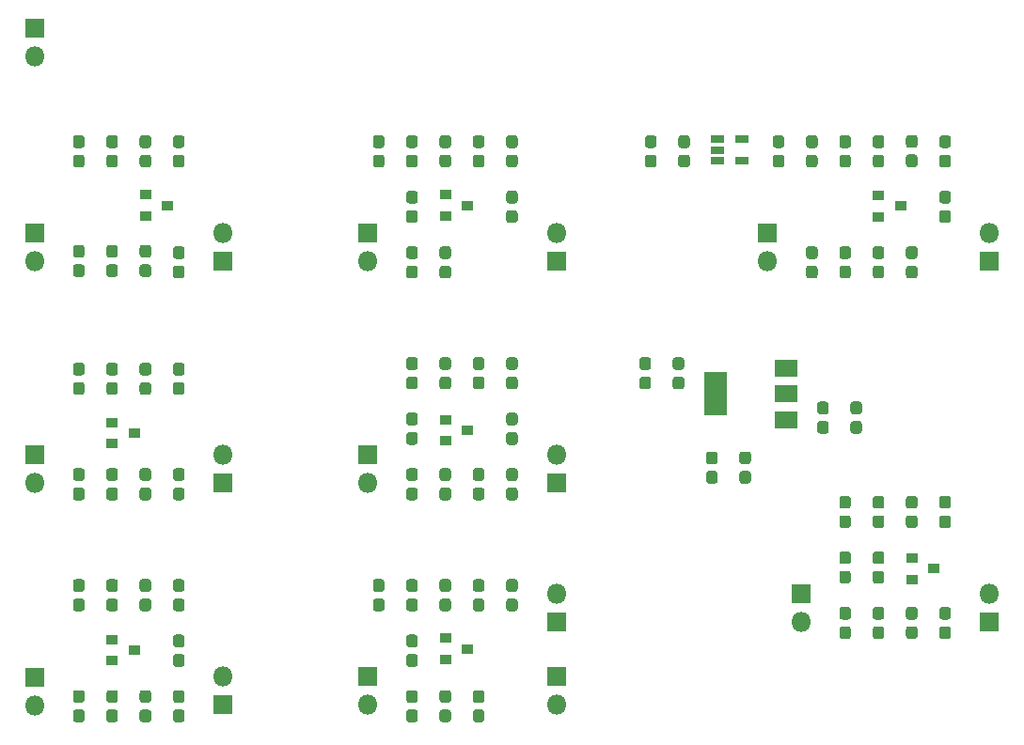
<source format=gbr>
%TF.GenerationSoftware,KiCad,Pcbnew,(5.1.6)-1*%
%TF.CreationDate,2020-12-18T22:44:25+08:00*%
%TF.ProjectId,_______,2c00e03e-2735-4ef2-9e6b-696361645f70,1.0.1*%
%TF.SameCoordinates,Original*%
%TF.FileFunction,Soldermask,Top*%
%TF.FilePolarity,Negative*%
%FSLAX46Y46*%
G04 Gerber Fmt 4.6, Leading zero omitted, Abs format (unit mm)*
G04 Created by KiCad (PCBNEW (5.1.6)-1) date 2020-12-18 22:44:25*
%MOMM*%
%LPD*%
G01*
G04 APERTURE LIST*
%ADD10O,1.800000X1.800000*%
%ADD11R,1.800000X1.800000*%
%ADD12R,1.000000X0.900000*%
%ADD13R,1.160000X0.750000*%
%ADD14R,2.100000X3.900000*%
%ADD15R,2.100000X1.600000*%
G04 APERTURE END LIST*
%TO.C,C1*%
G36*
G01*
X75762500Y-32575000D02*
X75237500Y-32575000D01*
G75*
G02*
X74975000Y-32312500I0J262500D01*
G01*
X74975000Y-31687500D01*
G75*
G02*
X75237500Y-31425000I262500J0D01*
G01*
X75762500Y-31425000D01*
G75*
G02*
X76025000Y-31687500I0J-262500D01*
G01*
X76025000Y-32312500D01*
G75*
G02*
X75762500Y-32575000I-262500J0D01*
G01*
G37*
G36*
G01*
X75762500Y-30825000D02*
X75237500Y-30825000D01*
G75*
G02*
X74975000Y-30562500I0J262500D01*
G01*
X74975000Y-29937500D01*
G75*
G02*
X75237500Y-29675000I262500J0D01*
G01*
X75762500Y-29675000D01*
G75*
G02*
X76025000Y-29937500I0J-262500D01*
G01*
X76025000Y-30562500D01*
G75*
G02*
X75762500Y-30825000I-262500J0D01*
G01*
G37*
%TD*%
%TO.C,C2*%
G36*
G01*
X78762500Y-30825000D02*
X78237500Y-30825000D01*
G75*
G02*
X77975000Y-30562500I0J262500D01*
G01*
X77975000Y-29937500D01*
G75*
G02*
X78237500Y-29675000I262500J0D01*
G01*
X78762500Y-29675000D01*
G75*
G02*
X79025000Y-29937500I0J-262500D01*
G01*
X79025000Y-30562500D01*
G75*
G02*
X78762500Y-30825000I-262500J0D01*
G01*
G37*
G36*
G01*
X78762500Y-32575000D02*
X78237500Y-32575000D01*
G75*
G02*
X77975000Y-32312500I0J262500D01*
G01*
X77975000Y-31687500D01*
G75*
G02*
X78237500Y-31425000I262500J0D01*
G01*
X78762500Y-31425000D01*
G75*
G02*
X79025000Y-31687500I0J-262500D01*
G01*
X79025000Y-32312500D01*
G75*
G02*
X78762500Y-32575000I-262500J0D01*
G01*
G37*
%TD*%
%TO.C,C3*%
G36*
G01*
X23737500Y-41300000D02*
X24262500Y-41300000D01*
G75*
G02*
X24525000Y-41562500I0J-262500D01*
G01*
X24525000Y-42187500D01*
G75*
G02*
X24262500Y-42450000I-262500J0D01*
G01*
X23737500Y-42450000D01*
G75*
G02*
X23475000Y-42187500I0J262500D01*
G01*
X23475000Y-41562500D01*
G75*
G02*
X23737500Y-41300000I262500J0D01*
G01*
G37*
G36*
G01*
X23737500Y-39550000D02*
X24262500Y-39550000D01*
G75*
G02*
X24525000Y-39812500I0J-262500D01*
G01*
X24525000Y-40437500D01*
G75*
G02*
X24262500Y-40700000I-262500J0D01*
G01*
X23737500Y-40700000D01*
G75*
G02*
X23475000Y-40437500I0J262500D01*
G01*
X23475000Y-39812500D01*
G75*
G02*
X23737500Y-39550000I262500J0D01*
G01*
G37*
%TD*%
%TO.C,C4*%
G36*
G01*
X23737500Y-59675000D02*
X24262500Y-59675000D01*
G75*
G02*
X24525000Y-59937500I0J-262500D01*
G01*
X24525000Y-60562500D01*
G75*
G02*
X24262500Y-60825000I-262500J0D01*
G01*
X23737500Y-60825000D01*
G75*
G02*
X23475000Y-60562500I0J262500D01*
G01*
X23475000Y-59937500D01*
G75*
G02*
X23737500Y-59675000I262500J0D01*
G01*
G37*
G36*
G01*
X23737500Y-61425000D02*
X24262500Y-61425000D01*
G75*
G02*
X24525000Y-61687500I0J-262500D01*
G01*
X24525000Y-62312500D01*
G75*
G02*
X24262500Y-62575000I-262500J0D01*
G01*
X23737500Y-62575000D01*
G75*
G02*
X23475000Y-62312500I0J262500D01*
G01*
X23475000Y-61687500D01*
G75*
G02*
X23737500Y-61425000I262500J0D01*
G01*
G37*
%TD*%
%TO.C,C5*%
G36*
G01*
X87262500Y-32575000D02*
X86737500Y-32575000D01*
G75*
G02*
X86475000Y-32312500I0J262500D01*
G01*
X86475000Y-31687500D01*
G75*
G02*
X86737500Y-31425000I262500J0D01*
G01*
X87262500Y-31425000D01*
G75*
G02*
X87525000Y-31687500I0J-262500D01*
G01*
X87525000Y-32312500D01*
G75*
G02*
X87262500Y-32575000I-262500J0D01*
G01*
G37*
G36*
G01*
X87262500Y-30825000D02*
X86737500Y-30825000D01*
G75*
G02*
X86475000Y-30562500I0J262500D01*
G01*
X86475000Y-29937500D01*
G75*
G02*
X86737500Y-29675000I262500J0D01*
G01*
X87262500Y-29675000D01*
G75*
G02*
X87525000Y-29937500I0J-262500D01*
G01*
X87525000Y-30562500D01*
G75*
G02*
X87262500Y-30825000I-262500J0D01*
G01*
G37*
%TD*%
%TO.C,C6*%
G36*
G01*
X75262500Y-52575000D02*
X74737500Y-52575000D01*
G75*
G02*
X74475000Y-52312500I0J262500D01*
G01*
X74475000Y-51687500D01*
G75*
G02*
X74737500Y-51425000I262500J0D01*
G01*
X75262500Y-51425000D01*
G75*
G02*
X75525000Y-51687500I0J-262500D01*
G01*
X75525000Y-52312500D01*
G75*
G02*
X75262500Y-52575000I-262500J0D01*
G01*
G37*
G36*
G01*
X75262500Y-50825000D02*
X74737500Y-50825000D01*
G75*
G02*
X74475000Y-50562500I0J262500D01*
G01*
X74475000Y-49937500D01*
G75*
G02*
X74737500Y-49675000I262500J0D01*
G01*
X75262500Y-49675000D01*
G75*
G02*
X75525000Y-49937500I0J-262500D01*
G01*
X75525000Y-50562500D01*
G75*
G02*
X75262500Y-50825000I-262500J0D01*
G01*
G37*
%TD*%
%TO.C,C7*%
G36*
G01*
X78262500Y-52575000D02*
X77737500Y-52575000D01*
G75*
G02*
X77475000Y-52312500I0J262500D01*
G01*
X77475000Y-51687500D01*
G75*
G02*
X77737500Y-51425000I262500J0D01*
G01*
X78262500Y-51425000D01*
G75*
G02*
X78525000Y-51687500I0J-262500D01*
G01*
X78525000Y-52312500D01*
G75*
G02*
X78262500Y-52575000I-262500J0D01*
G01*
G37*
G36*
G01*
X78262500Y-50825000D02*
X77737500Y-50825000D01*
G75*
G02*
X77475000Y-50562500I0J262500D01*
G01*
X77475000Y-49937500D01*
G75*
G02*
X77737500Y-49675000I262500J0D01*
G01*
X78262500Y-49675000D01*
G75*
G02*
X78525000Y-49937500I0J-262500D01*
G01*
X78525000Y-50562500D01*
G75*
G02*
X78262500Y-50825000I-262500J0D01*
G01*
G37*
%TD*%
%TO.C,C8*%
G36*
G01*
X30262500Y-32575000D02*
X29737500Y-32575000D01*
G75*
G02*
X29475000Y-32312500I0J262500D01*
G01*
X29475000Y-31687500D01*
G75*
G02*
X29737500Y-31425000I262500J0D01*
G01*
X30262500Y-31425000D01*
G75*
G02*
X30525000Y-31687500I0J-262500D01*
G01*
X30525000Y-32312500D01*
G75*
G02*
X30262500Y-32575000I-262500J0D01*
G01*
G37*
G36*
G01*
X30262500Y-30825000D02*
X29737500Y-30825000D01*
G75*
G02*
X29475000Y-30562500I0J262500D01*
G01*
X29475000Y-29937500D01*
G75*
G02*
X29737500Y-29675000I262500J0D01*
G01*
X30262500Y-29675000D01*
G75*
G02*
X30525000Y-29937500I0J-262500D01*
G01*
X30525000Y-30562500D01*
G75*
G02*
X30262500Y-30825000I-262500J0D01*
G01*
G37*
%TD*%
%TO.C,C9*%
G36*
G01*
X30262500Y-53075000D02*
X29737500Y-53075000D01*
G75*
G02*
X29475000Y-52812500I0J262500D01*
G01*
X29475000Y-52187500D01*
G75*
G02*
X29737500Y-51925000I262500J0D01*
G01*
X30262500Y-51925000D01*
G75*
G02*
X30525000Y-52187500I0J-262500D01*
G01*
X30525000Y-52812500D01*
G75*
G02*
X30262500Y-53075000I-262500J0D01*
G01*
G37*
G36*
G01*
X30262500Y-51325000D02*
X29737500Y-51325000D01*
G75*
G02*
X29475000Y-51062500I0J262500D01*
G01*
X29475000Y-50437500D01*
G75*
G02*
X29737500Y-50175000I262500J0D01*
G01*
X30262500Y-50175000D01*
G75*
G02*
X30525000Y-50437500I0J-262500D01*
G01*
X30525000Y-51062500D01*
G75*
G02*
X30262500Y-51325000I-262500J0D01*
G01*
G37*
%TD*%
%TO.C,C10*%
G36*
G01*
X33262500Y-42575000D02*
X32737500Y-42575000D01*
G75*
G02*
X32475000Y-42312500I0J262500D01*
G01*
X32475000Y-41687500D01*
G75*
G02*
X32737500Y-41425000I262500J0D01*
G01*
X33262500Y-41425000D01*
G75*
G02*
X33525000Y-41687500I0J-262500D01*
G01*
X33525000Y-42312500D01*
G75*
G02*
X33262500Y-42575000I-262500J0D01*
G01*
G37*
G36*
G01*
X33262500Y-40825000D02*
X32737500Y-40825000D01*
G75*
G02*
X32475000Y-40562500I0J262500D01*
G01*
X32475000Y-39937500D01*
G75*
G02*
X32737500Y-39675000I262500J0D01*
G01*
X33262500Y-39675000D01*
G75*
G02*
X33525000Y-39937500I0J-262500D01*
G01*
X33525000Y-40562500D01*
G75*
G02*
X33262500Y-40825000I-262500J0D01*
G01*
G37*
%TD*%
%TO.C,C11*%
G36*
G01*
X33262500Y-62575000D02*
X32737500Y-62575000D01*
G75*
G02*
X32475000Y-62312500I0J262500D01*
G01*
X32475000Y-61687500D01*
G75*
G02*
X32737500Y-61425000I262500J0D01*
G01*
X33262500Y-61425000D01*
G75*
G02*
X33525000Y-61687500I0J-262500D01*
G01*
X33525000Y-62312500D01*
G75*
G02*
X33262500Y-62575000I-262500J0D01*
G01*
G37*
G36*
G01*
X33262500Y-60825000D02*
X32737500Y-60825000D01*
G75*
G02*
X32475000Y-60562500I0J262500D01*
G01*
X32475000Y-59937500D01*
G75*
G02*
X32737500Y-59675000I262500J0D01*
G01*
X33262500Y-59675000D01*
G75*
G02*
X33525000Y-59937500I0J-262500D01*
G01*
X33525000Y-60562500D01*
G75*
G02*
X33262500Y-60825000I-262500J0D01*
G01*
G37*
%TD*%
%TO.C,C12*%
G36*
G01*
X33262500Y-30825000D02*
X32737500Y-30825000D01*
G75*
G02*
X32475000Y-30562500I0J262500D01*
G01*
X32475000Y-29937500D01*
G75*
G02*
X32737500Y-29675000I262500J0D01*
G01*
X33262500Y-29675000D01*
G75*
G02*
X33525000Y-29937500I0J-262500D01*
G01*
X33525000Y-30562500D01*
G75*
G02*
X33262500Y-30825000I-262500J0D01*
G01*
G37*
G36*
G01*
X33262500Y-32575000D02*
X32737500Y-32575000D01*
G75*
G02*
X32475000Y-32312500I0J262500D01*
G01*
X32475000Y-31687500D01*
G75*
G02*
X32737500Y-31425000I262500J0D01*
G01*
X33262500Y-31425000D01*
G75*
G02*
X33525000Y-31687500I0J-262500D01*
G01*
X33525000Y-32312500D01*
G75*
G02*
X33262500Y-32575000I-262500J0D01*
G01*
G37*
%TD*%
%TO.C,C13*%
G36*
G01*
X33262500Y-51325000D02*
X32737500Y-51325000D01*
G75*
G02*
X32475000Y-51062500I0J262500D01*
G01*
X32475000Y-50437500D01*
G75*
G02*
X32737500Y-50175000I262500J0D01*
G01*
X33262500Y-50175000D01*
G75*
G02*
X33525000Y-50437500I0J-262500D01*
G01*
X33525000Y-51062500D01*
G75*
G02*
X33262500Y-51325000I-262500J0D01*
G01*
G37*
G36*
G01*
X33262500Y-53075000D02*
X32737500Y-53075000D01*
G75*
G02*
X32475000Y-52812500I0J262500D01*
G01*
X32475000Y-52187500D01*
G75*
G02*
X32737500Y-51925000I262500J0D01*
G01*
X33262500Y-51925000D01*
G75*
G02*
X33525000Y-52187500I0J-262500D01*
G01*
X33525000Y-52812500D01*
G75*
G02*
X33262500Y-53075000I-262500J0D01*
G01*
G37*
%TD*%
%TO.C,C14*%
G36*
G01*
X94262500Y-54825000D02*
X93737500Y-54825000D01*
G75*
G02*
X93475000Y-54562500I0J262500D01*
G01*
X93475000Y-53937500D01*
G75*
G02*
X93737500Y-53675000I262500J0D01*
G01*
X94262500Y-53675000D01*
G75*
G02*
X94525000Y-53937500I0J-262500D01*
G01*
X94525000Y-54562500D01*
G75*
G02*
X94262500Y-54825000I-262500J0D01*
G01*
G37*
G36*
G01*
X94262500Y-56575000D02*
X93737500Y-56575000D01*
G75*
G02*
X93475000Y-56312500I0J262500D01*
G01*
X93475000Y-55687500D01*
G75*
G02*
X93737500Y-55425000I262500J0D01*
G01*
X94262500Y-55425000D01*
G75*
G02*
X94525000Y-55687500I0J-262500D01*
G01*
X94525000Y-56312500D01*
G75*
G02*
X94262500Y-56575000I-262500J0D01*
G01*
G37*
%TD*%
%TO.C,C15*%
G36*
G01*
X91262500Y-54825000D02*
X90737500Y-54825000D01*
G75*
G02*
X90475000Y-54562500I0J262500D01*
G01*
X90475000Y-53937500D01*
G75*
G02*
X90737500Y-53675000I262500J0D01*
G01*
X91262500Y-53675000D01*
G75*
G02*
X91525000Y-53937500I0J-262500D01*
G01*
X91525000Y-54562500D01*
G75*
G02*
X91262500Y-54825000I-262500J0D01*
G01*
G37*
G36*
G01*
X91262500Y-56575000D02*
X90737500Y-56575000D01*
G75*
G02*
X90475000Y-56312500I0J262500D01*
G01*
X90475000Y-55687500D01*
G75*
G02*
X90737500Y-55425000I262500J0D01*
G01*
X91262500Y-55425000D01*
G75*
G02*
X91525000Y-55687500I0J-262500D01*
G01*
X91525000Y-56312500D01*
G75*
G02*
X91262500Y-56575000I-262500J0D01*
G01*
G37*
%TD*%
%TO.C,C16*%
G36*
G01*
X92737500Y-67175000D02*
X93262500Y-67175000D01*
G75*
G02*
X93525000Y-67437500I0J-262500D01*
G01*
X93525000Y-68062500D01*
G75*
G02*
X93262500Y-68325000I-262500J0D01*
G01*
X92737500Y-68325000D01*
G75*
G02*
X92475000Y-68062500I0J262500D01*
G01*
X92475000Y-67437500D01*
G75*
G02*
X92737500Y-67175000I262500J0D01*
G01*
G37*
G36*
G01*
X92737500Y-68925000D02*
X93262500Y-68925000D01*
G75*
G02*
X93525000Y-69187500I0J-262500D01*
G01*
X93525000Y-69812500D01*
G75*
G02*
X93262500Y-70075000I-262500J0D01*
G01*
X92737500Y-70075000D01*
G75*
G02*
X92475000Y-69812500I0J262500D01*
G01*
X92475000Y-69187500D01*
G75*
G02*
X92737500Y-68925000I262500J0D01*
G01*
G37*
%TD*%
%TO.C,C17*%
G36*
G01*
X54262500Y-75825000D02*
X53737500Y-75825000D01*
G75*
G02*
X53475000Y-75562500I0J262500D01*
G01*
X53475000Y-74937500D01*
G75*
G02*
X53737500Y-74675000I262500J0D01*
G01*
X54262500Y-74675000D01*
G75*
G02*
X54525000Y-74937500I0J-262500D01*
G01*
X54525000Y-75562500D01*
G75*
G02*
X54262500Y-75825000I-262500J0D01*
G01*
G37*
G36*
G01*
X54262500Y-77575000D02*
X53737500Y-77575000D01*
G75*
G02*
X53475000Y-77312500I0J262500D01*
G01*
X53475000Y-76687500D01*
G75*
G02*
X53737500Y-76425000I262500J0D01*
G01*
X54262500Y-76425000D01*
G75*
G02*
X54525000Y-76687500I0J-262500D01*
G01*
X54525000Y-77312500D01*
G75*
G02*
X54262500Y-77575000I-262500J0D01*
G01*
G37*
%TD*%
%TO.C,C18*%
G36*
G01*
X54262500Y-35825000D02*
X53737500Y-35825000D01*
G75*
G02*
X53475000Y-35562500I0J262500D01*
G01*
X53475000Y-34937500D01*
G75*
G02*
X53737500Y-34675000I262500J0D01*
G01*
X54262500Y-34675000D01*
G75*
G02*
X54525000Y-34937500I0J-262500D01*
G01*
X54525000Y-35562500D01*
G75*
G02*
X54262500Y-35825000I-262500J0D01*
G01*
G37*
G36*
G01*
X54262500Y-37575000D02*
X53737500Y-37575000D01*
G75*
G02*
X53475000Y-37312500I0J262500D01*
G01*
X53475000Y-36687500D01*
G75*
G02*
X53737500Y-36425000I262500J0D01*
G01*
X54262500Y-36425000D01*
G75*
G02*
X54525000Y-36687500I0J-262500D01*
G01*
X54525000Y-37312500D01*
G75*
G02*
X54262500Y-37575000I-262500J0D01*
G01*
G37*
%TD*%
%TO.C,C19*%
G36*
G01*
X98737500Y-72175000D02*
X99262500Y-72175000D01*
G75*
G02*
X99525000Y-72437500I0J-262500D01*
G01*
X99525000Y-73062500D01*
G75*
G02*
X99262500Y-73325000I-262500J0D01*
G01*
X98737500Y-73325000D01*
G75*
G02*
X98475000Y-73062500I0J262500D01*
G01*
X98475000Y-72437500D01*
G75*
G02*
X98737500Y-72175000I262500J0D01*
G01*
G37*
G36*
G01*
X98737500Y-73925000D02*
X99262500Y-73925000D01*
G75*
G02*
X99525000Y-74187500I0J-262500D01*
G01*
X99525000Y-74812500D01*
G75*
G02*
X99262500Y-75075000I-262500J0D01*
G01*
X98737500Y-75075000D01*
G75*
G02*
X98475000Y-74812500I0J262500D01*
G01*
X98475000Y-74187500D01*
G75*
G02*
X98737500Y-73925000I262500J0D01*
G01*
G37*
%TD*%
%TO.C,C20*%
G36*
G01*
X96262500Y-63325000D02*
X95737500Y-63325000D01*
G75*
G02*
X95475000Y-63062500I0J262500D01*
G01*
X95475000Y-62437500D01*
G75*
G02*
X95737500Y-62175000I262500J0D01*
G01*
X96262500Y-62175000D01*
G75*
G02*
X96525000Y-62437500I0J-262500D01*
G01*
X96525000Y-63062500D01*
G75*
G02*
X96262500Y-63325000I-262500J0D01*
G01*
G37*
G36*
G01*
X96262500Y-65075000D02*
X95737500Y-65075000D01*
G75*
G02*
X95475000Y-64812500I0J262500D01*
G01*
X95475000Y-64187500D01*
G75*
G02*
X95737500Y-63925000I262500J0D01*
G01*
X96262500Y-63925000D01*
G75*
G02*
X96525000Y-64187500I0J-262500D01*
G01*
X96525000Y-64812500D01*
G75*
G02*
X96262500Y-65075000I-262500J0D01*
G01*
G37*
%TD*%
%TO.C,C21*%
G36*
G01*
X51262500Y-70825000D02*
X50737500Y-70825000D01*
G75*
G02*
X50475000Y-70562500I0J262500D01*
G01*
X50475000Y-69937500D01*
G75*
G02*
X50737500Y-69675000I262500J0D01*
G01*
X51262500Y-69675000D01*
G75*
G02*
X51525000Y-69937500I0J-262500D01*
G01*
X51525000Y-70562500D01*
G75*
G02*
X51262500Y-70825000I-262500J0D01*
G01*
G37*
G36*
G01*
X51262500Y-72575000D02*
X50737500Y-72575000D01*
G75*
G02*
X50475000Y-72312500I0J262500D01*
G01*
X50475000Y-71687500D01*
G75*
G02*
X50737500Y-71425000I262500J0D01*
G01*
X51262500Y-71425000D01*
G75*
G02*
X51525000Y-71687500I0J-262500D01*
G01*
X51525000Y-72312500D01*
G75*
G02*
X51262500Y-72575000I-262500J0D01*
G01*
G37*
%TD*%
%TO.C,C22*%
G36*
G01*
X102262500Y-73325000D02*
X101737500Y-73325000D01*
G75*
G02*
X101475000Y-73062500I0J262500D01*
G01*
X101475000Y-72437500D01*
G75*
G02*
X101737500Y-72175000I262500J0D01*
G01*
X102262500Y-72175000D01*
G75*
G02*
X102525000Y-72437500I0J-262500D01*
G01*
X102525000Y-73062500D01*
G75*
G02*
X102262500Y-73325000I-262500J0D01*
G01*
G37*
G36*
G01*
X102262500Y-75075000D02*
X101737500Y-75075000D01*
G75*
G02*
X101475000Y-74812500I0J262500D01*
G01*
X101475000Y-74187500D01*
G75*
G02*
X101737500Y-73925000I262500J0D01*
G01*
X102262500Y-73925000D01*
G75*
G02*
X102525000Y-74187500I0J-262500D01*
G01*
X102525000Y-74812500D01*
G75*
G02*
X102262500Y-75075000I-262500J0D01*
G01*
G37*
%TD*%
%TO.C,C23*%
G36*
G01*
X62737500Y-71425000D02*
X63262500Y-71425000D01*
G75*
G02*
X63525000Y-71687500I0J-262500D01*
G01*
X63525000Y-72312500D01*
G75*
G02*
X63262500Y-72575000I-262500J0D01*
G01*
X62737500Y-72575000D01*
G75*
G02*
X62475000Y-72312500I0J262500D01*
G01*
X62475000Y-71687500D01*
G75*
G02*
X62737500Y-71425000I262500J0D01*
G01*
G37*
G36*
G01*
X62737500Y-69675000D02*
X63262500Y-69675000D01*
G75*
G02*
X63525000Y-69937500I0J-262500D01*
G01*
X63525000Y-70562500D01*
G75*
G02*
X63262500Y-70825000I-262500J0D01*
G01*
X62737500Y-70825000D01*
G75*
G02*
X62475000Y-70562500I0J262500D01*
G01*
X62475000Y-69937500D01*
G75*
G02*
X62737500Y-69675000I262500J0D01*
G01*
G37*
%TD*%
%TO.C,C24*%
G36*
G01*
X60262500Y-80825000D02*
X59737500Y-80825000D01*
G75*
G02*
X59475000Y-80562500I0J262500D01*
G01*
X59475000Y-79937500D01*
G75*
G02*
X59737500Y-79675000I262500J0D01*
G01*
X60262500Y-79675000D01*
G75*
G02*
X60525000Y-79937500I0J-262500D01*
G01*
X60525000Y-80562500D01*
G75*
G02*
X60262500Y-80825000I-262500J0D01*
G01*
G37*
G36*
G01*
X60262500Y-82575000D02*
X59737500Y-82575000D01*
G75*
G02*
X59475000Y-82312500I0J262500D01*
G01*
X59475000Y-81687500D01*
G75*
G02*
X59737500Y-81425000I262500J0D01*
G01*
X60262500Y-81425000D01*
G75*
G02*
X60525000Y-81687500I0J-262500D01*
G01*
X60525000Y-82312500D01*
G75*
G02*
X60262500Y-82575000I-262500J0D01*
G01*
G37*
%TD*%
%TO.C,C25*%
G36*
G01*
X63262500Y-32575000D02*
X62737500Y-32575000D01*
G75*
G02*
X62475000Y-32312500I0J262500D01*
G01*
X62475000Y-31687500D01*
G75*
G02*
X62737500Y-31425000I262500J0D01*
G01*
X63262500Y-31425000D01*
G75*
G02*
X63525000Y-31687500I0J-262500D01*
G01*
X63525000Y-32312500D01*
G75*
G02*
X63262500Y-32575000I-262500J0D01*
G01*
G37*
G36*
G01*
X63262500Y-30825000D02*
X62737500Y-30825000D01*
G75*
G02*
X62475000Y-30562500I0J262500D01*
G01*
X62475000Y-29937500D01*
G75*
G02*
X62737500Y-29675000I262500J0D01*
G01*
X63262500Y-29675000D01*
G75*
G02*
X63525000Y-29937500I0J-262500D01*
G01*
X63525000Y-30562500D01*
G75*
G02*
X63262500Y-30825000I-262500J0D01*
G01*
G37*
%TD*%
%TO.C,C26*%
G36*
G01*
X63262500Y-37575000D02*
X62737500Y-37575000D01*
G75*
G02*
X62475000Y-37312500I0J262500D01*
G01*
X62475000Y-36687500D01*
G75*
G02*
X62737500Y-36425000I262500J0D01*
G01*
X63262500Y-36425000D01*
G75*
G02*
X63525000Y-36687500I0J-262500D01*
G01*
X63525000Y-37312500D01*
G75*
G02*
X63262500Y-37575000I-262500J0D01*
G01*
G37*
G36*
G01*
X63262500Y-35825000D02*
X62737500Y-35825000D01*
G75*
G02*
X62475000Y-35562500I0J262500D01*
G01*
X62475000Y-34937500D01*
G75*
G02*
X62737500Y-34675000I262500J0D01*
G01*
X63262500Y-34675000D01*
G75*
G02*
X63525000Y-34937500I0J-262500D01*
G01*
X63525000Y-35562500D01*
G75*
G02*
X63262500Y-35825000I-262500J0D01*
G01*
G37*
%TD*%
%TO.C,C27*%
G36*
G01*
X93262500Y-63325000D02*
X92737500Y-63325000D01*
G75*
G02*
X92475000Y-63062500I0J262500D01*
G01*
X92475000Y-62437500D01*
G75*
G02*
X92737500Y-62175000I262500J0D01*
G01*
X93262500Y-62175000D01*
G75*
G02*
X93525000Y-62437500I0J-262500D01*
G01*
X93525000Y-63062500D01*
G75*
G02*
X93262500Y-63325000I-262500J0D01*
G01*
G37*
G36*
G01*
X93262500Y-65075000D02*
X92737500Y-65075000D01*
G75*
G02*
X92475000Y-64812500I0J262500D01*
G01*
X92475000Y-64187500D01*
G75*
G02*
X92737500Y-63925000I262500J0D01*
G01*
X93262500Y-63925000D01*
G75*
G02*
X93525000Y-64187500I0J-262500D01*
G01*
X93525000Y-64812500D01*
G75*
G02*
X93262500Y-65075000I-262500J0D01*
G01*
G37*
%TD*%
%TO.C,C28*%
G36*
G01*
X54262500Y-70825000D02*
X53737500Y-70825000D01*
G75*
G02*
X53475000Y-70562500I0J262500D01*
G01*
X53475000Y-69937500D01*
G75*
G02*
X53737500Y-69675000I262500J0D01*
G01*
X54262500Y-69675000D01*
G75*
G02*
X54525000Y-69937500I0J-262500D01*
G01*
X54525000Y-70562500D01*
G75*
G02*
X54262500Y-70825000I-262500J0D01*
G01*
G37*
G36*
G01*
X54262500Y-72575000D02*
X53737500Y-72575000D01*
G75*
G02*
X53475000Y-72312500I0J262500D01*
G01*
X53475000Y-71687500D01*
G75*
G02*
X53737500Y-71425000I262500J0D01*
G01*
X54262500Y-71425000D01*
G75*
G02*
X54525000Y-71687500I0J-262500D01*
G01*
X54525000Y-72312500D01*
G75*
G02*
X54262500Y-72575000I-262500J0D01*
G01*
G37*
%TD*%
%TO.C,C29*%
G36*
G01*
X54262500Y-32575000D02*
X53737500Y-32575000D01*
G75*
G02*
X53475000Y-32312500I0J262500D01*
G01*
X53475000Y-31687500D01*
G75*
G02*
X53737500Y-31425000I262500J0D01*
G01*
X54262500Y-31425000D01*
G75*
G02*
X54525000Y-31687500I0J-262500D01*
G01*
X54525000Y-32312500D01*
G75*
G02*
X54262500Y-32575000I-262500J0D01*
G01*
G37*
G36*
G01*
X54262500Y-30825000D02*
X53737500Y-30825000D01*
G75*
G02*
X53475000Y-30562500I0J262500D01*
G01*
X53475000Y-29937500D01*
G75*
G02*
X53737500Y-29675000I262500J0D01*
G01*
X54262500Y-29675000D01*
G75*
G02*
X54525000Y-29937500I0J-262500D01*
G01*
X54525000Y-30562500D01*
G75*
G02*
X54262500Y-30825000I-262500J0D01*
G01*
G37*
%TD*%
%TO.C,C30*%
G36*
G01*
X51262500Y-30825000D02*
X50737500Y-30825000D01*
G75*
G02*
X50475000Y-30562500I0J262500D01*
G01*
X50475000Y-29937500D01*
G75*
G02*
X50737500Y-29675000I262500J0D01*
G01*
X51262500Y-29675000D01*
G75*
G02*
X51525000Y-29937500I0J-262500D01*
G01*
X51525000Y-30562500D01*
G75*
G02*
X51262500Y-30825000I-262500J0D01*
G01*
G37*
G36*
G01*
X51262500Y-32575000D02*
X50737500Y-32575000D01*
G75*
G02*
X50475000Y-32312500I0J262500D01*
G01*
X50475000Y-31687500D01*
G75*
G02*
X50737500Y-31425000I262500J0D01*
G01*
X51262500Y-31425000D01*
G75*
G02*
X51525000Y-31687500I0J-262500D01*
G01*
X51525000Y-32312500D01*
G75*
G02*
X51262500Y-32575000I-262500J0D01*
G01*
G37*
%TD*%
%TO.C,C31*%
G36*
G01*
X90262500Y-40825000D02*
X89737500Y-40825000D01*
G75*
G02*
X89475000Y-40562500I0J262500D01*
G01*
X89475000Y-39937500D01*
G75*
G02*
X89737500Y-39675000I262500J0D01*
G01*
X90262500Y-39675000D01*
G75*
G02*
X90525000Y-39937500I0J-262500D01*
G01*
X90525000Y-40562500D01*
G75*
G02*
X90262500Y-40825000I-262500J0D01*
G01*
G37*
G36*
G01*
X90262500Y-42575000D02*
X89737500Y-42575000D01*
G75*
G02*
X89475000Y-42312500I0J262500D01*
G01*
X89475000Y-41687500D01*
G75*
G02*
X89737500Y-41425000I262500J0D01*
G01*
X90262500Y-41425000D01*
G75*
G02*
X90525000Y-41687500I0J-262500D01*
G01*
X90525000Y-42312500D01*
G75*
G02*
X90262500Y-42575000I-262500J0D01*
G01*
G37*
%TD*%
%TO.C,C32*%
G36*
G01*
X23737500Y-81425000D02*
X24262500Y-81425000D01*
G75*
G02*
X24525000Y-81687500I0J-262500D01*
G01*
X24525000Y-82312500D01*
G75*
G02*
X24262500Y-82575000I-262500J0D01*
G01*
X23737500Y-82575000D01*
G75*
G02*
X23475000Y-82312500I0J262500D01*
G01*
X23475000Y-81687500D01*
G75*
G02*
X23737500Y-81425000I262500J0D01*
G01*
G37*
G36*
G01*
X23737500Y-79675000D02*
X24262500Y-79675000D01*
G75*
G02*
X24525000Y-79937500I0J-262500D01*
G01*
X24525000Y-80562500D01*
G75*
G02*
X24262500Y-80825000I-262500J0D01*
G01*
X23737500Y-80825000D01*
G75*
G02*
X23475000Y-80562500I0J262500D01*
G01*
X23475000Y-79937500D01*
G75*
G02*
X23737500Y-79675000I262500J0D01*
G01*
G37*
%TD*%
%TO.C,C33*%
G36*
G01*
X54262500Y-55825000D02*
X53737500Y-55825000D01*
G75*
G02*
X53475000Y-55562500I0J262500D01*
G01*
X53475000Y-54937500D01*
G75*
G02*
X53737500Y-54675000I262500J0D01*
G01*
X54262500Y-54675000D01*
G75*
G02*
X54525000Y-54937500I0J-262500D01*
G01*
X54525000Y-55562500D01*
G75*
G02*
X54262500Y-55825000I-262500J0D01*
G01*
G37*
G36*
G01*
X54262500Y-57575000D02*
X53737500Y-57575000D01*
G75*
G02*
X53475000Y-57312500I0J262500D01*
G01*
X53475000Y-56687500D01*
G75*
G02*
X53737500Y-56425000I262500J0D01*
G01*
X54262500Y-56425000D01*
G75*
G02*
X54525000Y-56687500I0J-262500D01*
G01*
X54525000Y-57312500D01*
G75*
G02*
X54262500Y-57575000I-262500J0D01*
G01*
G37*
%TD*%
%TO.C,C34*%
G36*
G01*
X93262500Y-32575000D02*
X92737500Y-32575000D01*
G75*
G02*
X92475000Y-32312500I0J262500D01*
G01*
X92475000Y-31687500D01*
G75*
G02*
X92737500Y-31425000I262500J0D01*
G01*
X93262500Y-31425000D01*
G75*
G02*
X93525000Y-31687500I0J-262500D01*
G01*
X93525000Y-32312500D01*
G75*
G02*
X93262500Y-32575000I-262500J0D01*
G01*
G37*
G36*
G01*
X93262500Y-30825000D02*
X92737500Y-30825000D01*
G75*
G02*
X92475000Y-30562500I0J262500D01*
G01*
X92475000Y-29937500D01*
G75*
G02*
X92737500Y-29675000I262500J0D01*
G01*
X93262500Y-29675000D01*
G75*
G02*
X93525000Y-29937500I0J-262500D01*
G01*
X93525000Y-30562500D01*
G75*
G02*
X93262500Y-30825000I-262500J0D01*
G01*
G37*
%TD*%
%TO.C,C35*%
G36*
G01*
X99262500Y-42575000D02*
X98737500Y-42575000D01*
G75*
G02*
X98475000Y-42312500I0J262500D01*
G01*
X98475000Y-41687500D01*
G75*
G02*
X98737500Y-41425000I262500J0D01*
G01*
X99262500Y-41425000D01*
G75*
G02*
X99525000Y-41687500I0J-262500D01*
G01*
X99525000Y-42312500D01*
G75*
G02*
X99262500Y-42575000I-262500J0D01*
G01*
G37*
G36*
G01*
X99262500Y-40825000D02*
X98737500Y-40825000D01*
G75*
G02*
X98475000Y-40562500I0J262500D01*
G01*
X98475000Y-39937500D01*
G75*
G02*
X98737500Y-39675000I262500J0D01*
G01*
X99262500Y-39675000D01*
G75*
G02*
X99525000Y-39937500I0J-262500D01*
G01*
X99525000Y-40562500D01*
G75*
G02*
X99262500Y-40825000I-262500J0D01*
G01*
G37*
%TD*%
%TO.C,C36*%
G36*
G01*
X33262500Y-82575000D02*
X32737500Y-82575000D01*
G75*
G02*
X32475000Y-82312500I0J262500D01*
G01*
X32475000Y-81687500D01*
G75*
G02*
X32737500Y-81425000I262500J0D01*
G01*
X33262500Y-81425000D01*
G75*
G02*
X33525000Y-81687500I0J-262500D01*
G01*
X33525000Y-82312500D01*
G75*
G02*
X33262500Y-82575000I-262500J0D01*
G01*
G37*
G36*
G01*
X33262500Y-80825000D02*
X32737500Y-80825000D01*
G75*
G02*
X32475000Y-80562500I0J262500D01*
G01*
X32475000Y-79937500D01*
G75*
G02*
X32737500Y-79675000I262500J0D01*
G01*
X33262500Y-79675000D01*
G75*
G02*
X33525000Y-79937500I0J-262500D01*
G01*
X33525000Y-80562500D01*
G75*
G02*
X33262500Y-80825000I-262500J0D01*
G01*
G37*
%TD*%
%TO.C,C37*%
G36*
G01*
X101737500Y-34675000D02*
X102262500Y-34675000D01*
G75*
G02*
X102525000Y-34937500I0J-262500D01*
G01*
X102525000Y-35562500D01*
G75*
G02*
X102262500Y-35825000I-262500J0D01*
G01*
X101737500Y-35825000D01*
G75*
G02*
X101475000Y-35562500I0J262500D01*
G01*
X101475000Y-34937500D01*
G75*
G02*
X101737500Y-34675000I262500J0D01*
G01*
G37*
G36*
G01*
X101737500Y-36425000D02*
X102262500Y-36425000D01*
G75*
G02*
X102525000Y-36687500I0J-262500D01*
G01*
X102525000Y-37312500D01*
G75*
G02*
X102262500Y-37575000I-262500J0D01*
G01*
X101737500Y-37575000D01*
G75*
G02*
X101475000Y-37312500I0J262500D01*
G01*
X101475000Y-36687500D01*
G75*
G02*
X101737500Y-36425000I262500J0D01*
G01*
G37*
%TD*%
%TO.C,C38*%
G36*
G01*
X57262500Y-52575000D02*
X56737500Y-52575000D01*
G75*
G02*
X56475000Y-52312500I0J262500D01*
G01*
X56475000Y-51687500D01*
G75*
G02*
X56737500Y-51425000I262500J0D01*
G01*
X57262500Y-51425000D01*
G75*
G02*
X57525000Y-51687500I0J-262500D01*
G01*
X57525000Y-52312500D01*
G75*
G02*
X57262500Y-52575000I-262500J0D01*
G01*
G37*
G36*
G01*
X57262500Y-50825000D02*
X56737500Y-50825000D01*
G75*
G02*
X56475000Y-50562500I0J262500D01*
G01*
X56475000Y-49937500D01*
G75*
G02*
X56737500Y-49675000I262500J0D01*
G01*
X57262500Y-49675000D01*
G75*
G02*
X57525000Y-49937500I0J-262500D01*
G01*
X57525000Y-50562500D01*
G75*
G02*
X57262500Y-50825000I-262500J0D01*
G01*
G37*
%TD*%
%TO.C,C39*%
G36*
G01*
X63262500Y-62575000D02*
X62737500Y-62575000D01*
G75*
G02*
X62475000Y-62312500I0J262500D01*
G01*
X62475000Y-61687500D01*
G75*
G02*
X62737500Y-61425000I262500J0D01*
G01*
X63262500Y-61425000D01*
G75*
G02*
X63525000Y-61687500I0J-262500D01*
G01*
X63525000Y-62312500D01*
G75*
G02*
X63262500Y-62575000I-262500J0D01*
G01*
G37*
G36*
G01*
X63262500Y-60825000D02*
X62737500Y-60825000D01*
G75*
G02*
X62475000Y-60562500I0J262500D01*
G01*
X62475000Y-59937500D01*
G75*
G02*
X62737500Y-59675000I262500J0D01*
G01*
X63262500Y-59675000D01*
G75*
G02*
X63525000Y-59937500I0J-262500D01*
G01*
X63525000Y-60562500D01*
G75*
G02*
X63262500Y-60825000I-262500J0D01*
G01*
G37*
%TD*%
%TO.C,C40*%
G36*
G01*
X30262500Y-72575000D02*
X29737500Y-72575000D01*
G75*
G02*
X29475000Y-72312500I0J262500D01*
G01*
X29475000Y-71687500D01*
G75*
G02*
X29737500Y-71425000I262500J0D01*
G01*
X30262500Y-71425000D01*
G75*
G02*
X30525000Y-71687500I0J-262500D01*
G01*
X30525000Y-72312500D01*
G75*
G02*
X30262500Y-72575000I-262500J0D01*
G01*
G37*
G36*
G01*
X30262500Y-70825000D02*
X29737500Y-70825000D01*
G75*
G02*
X29475000Y-70562500I0J262500D01*
G01*
X29475000Y-69937500D01*
G75*
G02*
X29737500Y-69675000I262500J0D01*
G01*
X30262500Y-69675000D01*
G75*
G02*
X30525000Y-69937500I0J-262500D01*
G01*
X30525000Y-70562500D01*
G75*
G02*
X30262500Y-70825000I-262500J0D01*
G01*
G37*
%TD*%
%TO.C,C41*%
G36*
G01*
X33262500Y-75825000D02*
X32737500Y-75825000D01*
G75*
G02*
X32475000Y-75562500I0J262500D01*
G01*
X32475000Y-74937500D01*
G75*
G02*
X32737500Y-74675000I262500J0D01*
G01*
X33262500Y-74675000D01*
G75*
G02*
X33525000Y-74937500I0J-262500D01*
G01*
X33525000Y-75562500D01*
G75*
G02*
X33262500Y-75825000I-262500J0D01*
G01*
G37*
G36*
G01*
X33262500Y-77575000D02*
X32737500Y-77575000D01*
G75*
G02*
X32475000Y-77312500I0J262500D01*
G01*
X32475000Y-76687500D01*
G75*
G02*
X32737500Y-76425000I262500J0D01*
G01*
X33262500Y-76425000D01*
G75*
G02*
X33525000Y-76687500I0J-262500D01*
G01*
X33525000Y-77312500D01*
G75*
G02*
X33262500Y-77575000I-262500J0D01*
G01*
G37*
%TD*%
%TO.C,C42*%
G36*
G01*
X63262500Y-57575000D02*
X62737500Y-57575000D01*
G75*
G02*
X62475000Y-57312500I0J262500D01*
G01*
X62475000Y-56687500D01*
G75*
G02*
X62737500Y-56425000I262500J0D01*
G01*
X63262500Y-56425000D01*
G75*
G02*
X63525000Y-56687500I0J-262500D01*
G01*
X63525000Y-57312500D01*
G75*
G02*
X63262500Y-57575000I-262500J0D01*
G01*
G37*
G36*
G01*
X63262500Y-55825000D02*
X62737500Y-55825000D01*
G75*
G02*
X62475000Y-55562500I0J262500D01*
G01*
X62475000Y-54937500D01*
G75*
G02*
X62737500Y-54675000I262500J0D01*
G01*
X63262500Y-54675000D01*
G75*
G02*
X63525000Y-54937500I0J-262500D01*
G01*
X63525000Y-55562500D01*
G75*
G02*
X63262500Y-55825000I-262500J0D01*
G01*
G37*
%TD*%
%TO.C,C43*%
G36*
G01*
X99262500Y-32555000D02*
X98737500Y-32555000D01*
G75*
G02*
X98475000Y-32292500I0J262500D01*
G01*
X98475000Y-31667500D01*
G75*
G02*
X98737500Y-31405000I262500J0D01*
G01*
X99262500Y-31405000D01*
G75*
G02*
X99525000Y-31667500I0J-262500D01*
G01*
X99525000Y-32292500D01*
G75*
G02*
X99262500Y-32555000I-262500J0D01*
G01*
G37*
G36*
G01*
X99262500Y-30805000D02*
X98737500Y-30805000D01*
G75*
G02*
X98475000Y-30542500I0J262500D01*
G01*
X98475000Y-29917500D01*
G75*
G02*
X98737500Y-29655000I262500J0D01*
G01*
X99262500Y-29655000D01*
G75*
G02*
X99525000Y-29917500I0J-262500D01*
G01*
X99525000Y-30542500D01*
G75*
G02*
X99262500Y-30805000I-262500J0D01*
G01*
G37*
%TD*%
%TO.C,C44*%
G36*
G01*
X54262500Y-50825000D02*
X53737500Y-50825000D01*
G75*
G02*
X53475000Y-50562500I0J262500D01*
G01*
X53475000Y-49937500D01*
G75*
G02*
X53737500Y-49675000I262500J0D01*
G01*
X54262500Y-49675000D01*
G75*
G02*
X54525000Y-49937500I0J-262500D01*
G01*
X54525000Y-50562500D01*
G75*
G02*
X54262500Y-50825000I-262500J0D01*
G01*
G37*
G36*
G01*
X54262500Y-52575000D02*
X53737500Y-52575000D01*
G75*
G02*
X53475000Y-52312500I0J262500D01*
G01*
X53475000Y-51687500D01*
G75*
G02*
X53737500Y-51425000I262500J0D01*
G01*
X54262500Y-51425000D01*
G75*
G02*
X54525000Y-51687500I0J-262500D01*
G01*
X54525000Y-52312500D01*
G75*
G02*
X54262500Y-52575000I-262500J0D01*
G01*
G37*
%TD*%
%TO.C,C45*%
G36*
G01*
X33262500Y-70825000D02*
X32737500Y-70825000D01*
G75*
G02*
X32475000Y-70562500I0J262500D01*
G01*
X32475000Y-69937500D01*
G75*
G02*
X32737500Y-69675000I262500J0D01*
G01*
X33262500Y-69675000D01*
G75*
G02*
X33525000Y-69937500I0J-262500D01*
G01*
X33525000Y-70562500D01*
G75*
G02*
X33262500Y-70825000I-262500J0D01*
G01*
G37*
G36*
G01*
X33262500Y-72575000D02*
X32737500Y-72575000D01*
G75*
G02*
X32475000Y-72312500I0J262500D01*
G01*
X32475000Y-71687500D01*
G75*
G02*
X32737500Y-71425000I262500J0D01*
G01*
X33262500Y-71425000D01*
G75*
G02*
X33525000Y-71687500I0J-262500D01*
G01*
X33525000Y-72312500D01*
G75*
G02*
X33262500Y-72575000I-262500J0D01*
G01*
G37*
%TD*%
%TO.C,C46*%
G36*
G01*
X102262500Y-30825000D02*
X101737500Y-30825000D01*
G75*
G02*
X101475000Y-30562500I0J262500D01*
G01*
X101475000Y-29937500D01*
G75*
G02*
X101737500Y-29675000I262500J0D01*
G01*
X102262500Y-29675000D01*
G75*
G02*
X102525000Y-29937500I0J-262500D01*
G01*
X102525000Y-30562500D01*
G75*
G02*
X102262500Y-30825000I-262500J0D01*
G01*
G37*
G36*
G01*
X102262500Y-32575000D02*
X101737500Y-32575000D01*
G75*
G02*
X101475000Y-32312500I0J262500D01*
G01*
X101475000Y-31687500D01*
G75*
G02*
X101737500Y-31425000I262500J0D01*
G01*
X102262500Y-31425000D01*
G75*
G02*
X102525000Y-31687500I0J-262500D01*
G01*
X102525000Y-32312500D01*
G75*
G02*
X102262500Y-32575000I-262500J0D01*
G01*
G37*
%TD*%
%TO.C,D1*%
G36*
G01*
X96262500Y-70075000D02*
X95737500Y-70075000D01*
G75*
G02*
X95475000Y-69812500I0J262500D01*
G01*
X95475000Y-69187500D01*
G75*
G02*
X95737500Y-68925000I262500J0D01*
G01*
X96262500Y-68925000D01*
G75*
G02*
X96525000Y-69187500I0J-262500D01*
G01*
X96525000Y-69812500D01*
G75*
G02*
X96262500Y-70075000I-262500J0D01*
G01*
G37*
G36*
G01*
X96262500Y-68325000D02*
X95737500Y-68325000D01*
G75*
G02*
X95475000Y-68062500I0J262500D01*
G01*
X95475000Y-67437500D01*
G75*
G02*
X95737500Y-67175000I262500J0D01*
G01*
X96262500Y-67175000D01*
G75*
G02*
X96525000Y-67437500I0J-262500D01*
G01*
X96525000Y-68062500D01*
G75*
G02*
X96262500Y-68325000I-262500J0D01*
G01*
G37*
%TD*%
D10*
%TO.C,J1*%
X20000000Y-22540000D03*
D11*
X20000000Y-20000000D03*
%TD*%
%TO.C,J2*%
X20000000Y-38460000D03*
D10*
X20000000Y-41000000D03*
%TD*%
D11*
%TO.C,J3*%
X20000000Y-58460000D03*
D10*
X20000000Y-61000000D03*
%TD*%
%TO.C,J4*%
X37000000Y-38460000D03*
D11*
X37000000Y-41000000D03*
%TD*%
D10*
%TO.C,J5*%
X37000000Y-58460000D03*
D11*
X37000000Y-61000000D03*
%TD*%
%TO.C,J6*%
X89000000Y-70960000D03*
D10*
X89000000Y-73500000D03*
%TD*%
%TO.C,J7*%
X50000000Y-81000000D03*
D11*
X50000000Y-78460000D03*
%TD*%
%TO.C,J8*%
X50000000Y-38460000D03*
D10*
X50000000Y-41000000D03*
%TD*%
%TO.C,J9*%
X106000000Y-70960000D03*
D11*
X106000000Y-73500000D03*
%TD*%
%TO.C,J10*%
X67000000Y-73500000D03*
D10*
X67000000Y-70960000D03*
%TD*%
%TO.C,J11*%
X67000000Y-81000000D03*
D11*
X67000000Y-78460000D03*
%TD*%
D10*
%TO.C,J12*%
X67000000Y-38460000D03*
D11*
X67000000Y-41000000D03*
%TD*%
D10*
%TO.C,J13*%
X86000000Y-41000000D03*
D11*
X86000000Y-38460000D03*
%TD*%
D10*
%TO.C,J14*%
X20000000Y-81040000D03*
D11*
X20000000Y-78500000D03*
%TD*%
%TO.C,J15*%
X50020000Y-58500000D03*
D10*
X50020000Y-61040000D03*
%TD*%
D11*
%TO.C,J16*%
X106000000Y-41000000D03*
D10*
X106000000Y-38460000D03*
%TD*%
D11*
%TO.C,J17*%
X37000000Y-81000000D03*
D10*
X37000000Y-78460000D03*
%TD*%
D11*
%TO.C,J18*%
X67000000Y-61000000D03*
D10*
X67000000Y-58460000D03*
%TD*%
%TO.C,L1*%
G36*
G01*
X95737500Y-29675000D02*
X96262500Y-29675000D01*
G75*
G02*
X96525000Y-29937500I0J-262500D01*
G01*
X96525000Y-30562500D01*
G75*
G02*
X96262500Y-30825000I-262500J0D01*
G01*
X95737500Y-30825000D01*
G75*
G02*
X95475000Y-30562500I0J262500D01*
G01*
X95475000Y-29937500D01*
G75*
G02*
X95737500Y-29675000I262500J0D01*
G01*
G37*
G36*
G01*
X95737500Y-31425000D02*
X96262500Y-31425000D01*
G75*
G02*
X96525000Y-31687500I0J-262500D01*
G01*
X96525000Y-32312500D01*
G75*
G02*
X96262500Y-32575000I-262500J0D01*
G01*
X95737500Y-32575000D01*
G75*
G02*
X95475000Y-32312500I0J262500D01*
G01*
X95475000Y-31687500D01*
G75*
G02*
X95737500Y-31425000I262500J0D01*
G01*
G37*
%TD*%
D12*
%TO.C,Q1*%
X30000000Y-35050000D03*
X30000000Y-36950000D03*
X32000000Y-36000000D03*
%TD*%
%TO.C,Q2*%
X27000000Y-55550000D03*
X27000000Y-57450000D03*
X29000000Y-56500000D03*
%TD*%
%TO.C,Q3*%
X101000000Y-68740000D03*
X99000000Y-69690000D03*
X99000000Y-67790000D03*
%TD*%
%TO.C,Q4*%
X59000000Y-75950000D03*
X57000000Y-76900000D03*
X57000000Y-75000000D03*
%TD*%
%TO.C,Q5*%
X59000000Y-36000000D03*
X57000000Y-36950000D03*
X57000000Y-35050000D03*
%TD*%
%TO.C,Q6*%
X96000000Y-35100000D03*
X96000000Y-37000000D03*
X98000000Y-36050000D03*
%TD*%
%TO.C,Q7*%
X29000000Y-76050000D03*
X27000000Y-77000000D03*
X27000000Y-75100000D03*
%TD*%
%TO.C,Q8*%
X57000000Y-55300000D03*
X57000000Y-57200000D03*
X59000000Y-56250000D03*
%TD*%
%TO.C,R1*%
G36*
G01*
X23737500Y-29675000D02*
X24262500Y-29675000D01*
G75*
G02*
X24525000Y-29937500I0J-262500D01*
G01*
X24525000Y-30562500D01*
G75*
G02*
X24262500Y-30825000I-262500J0D01*
G01*
X23737500Y-30825000D01*
G75*
G02*
X23475000Y-30562500I0J262500D01*
G01*
X23475000Y-29937500D01*
G75*
G02*
X23737500Y-29675000I262500J0D01*
G01*
G37*
G36*
G01*
X23737500Y-31425000D02*
X24262500Y-31425000D01*
G75*
G02*
X24525000Y-31687500I0J-262500D01*
G01*
X24525000Y-32312500D01*
G75*
G02*
X24262500Y-32575000I-262500J0D01*
G01*
X23737500Y-32575000D01*
G75*
G02*
X23475000Y-32312500I0J262500D01*
G01*
X23475000Y-31687500D01*
G75*
G02*
X23737500Y-31425000I262500J0D01*
G01*
G37*
%TD*%
%TO.C,R2*%
G36*
G01*
X26737500Y-39550000D02*
X27262500Y-39550000D01*
G75*
G02*
X27525000Y-39812500I0J-262500D01*
G01*
X27525000Y-40437500D01*
G75*
G02*
X27262500Y-40700000I-262500J0D01*
G01*
X26737500Y-40700000D01*
G75*
G02*
X26475000Y-40437500I0J262500D01*
G01*
X26475000Y-39812500D01*
G75*
G02*
X26737500Y-39550000I262500J0D01*
G01*
G37*
G36*
G01*
X26737500Y-41300000D02*
X27262500Y-41300000D01*
G75*
G02*
X27525000Y-41562500I0J-262500D01*
G01*
X27525000Y-42187500D01*
G75*
G02*
X27262500Y-42450000I-262500J0D01*
G01*
X26737500Y-42450000D01*
G75*
G02*
X26475000Y-42187500I0J262500D01*
G01*
X26475000Y-41562500D01*
G75*
G02*
X26737500Y-41300000I262500J0D01*
G01*
G37*
%TD*%
%TO.C,R3*%
G36*
G01*
X23737500Y-51925000D02*
X24262500Y-51925000D01*
G75*
G02*
X24525000Y-52187500I0J-262500D01*
G01*
X24525000Y-52812500D01*
G75*
G02*
X24262500Y-53075000I-262500J0D01*
G01*
X23737500Y-53075000D01*
G75*
G02*
X23475000Y-52812500I0J262500D01*
G01*
X23475000Y-52187500D01*
G75*
G02*
X23737500Y-51925000I262500J0D01*
G01*
G37*
G36*
G01*
X23737500Y-50175000D02*
X24262500Y-50175000D01*
G75*
G02*
X24525000Y-50437500I0J-262500D01*
G01*
X24525000Y-51062500D01*
G75*
G02*
X24262500Y-51325000I-262500J0D01*
G01*
X23737500Y-51325000D01*
G75*
G02*
X23475000Y-51062500I0J262500D01*
G01*
X23475000Y-50437500D01*
G75*
G02*
X23737500Y-50175000I262500J0D01*
G01*
G37*
%TD*%
%TO.C,R4*%
G36*
G01*
X26737500Y-61425000D02*
X27262500Y-61425000D01*
G75*
G02*
X27525000Y-61687500I0J-262500D01*
G01*
X27525000Y-62312500D01*
G75*
G02*
X27262500Y-62575000I-262500J0D01*
G01*
X26737500Y-62575000D01*
G75*
G02*
X26475000Y-62312500I0J262500D01*
G01*
X26475000Y-61687500D01*
G75*
G02*
X26737500Y-61425000I262500J0D01*
G01*
G37*
G36*
G01*
X26737500Y-59675000D02*
X27262500Y-59675000D01*
G75*
G02*
X27525000Y-59937500I0J-262500D01*
G01*
X27525000Y-60562500D01*
G75*
G02*
X27262500Y-60825000I-262500J0D01*
G01*
X26737500Y-60825000D01*
G75*
G02*
X26475000Y-60562500I0J262500D01*
G01*
X26475000Y-59937500D01*
G75*
G02*
X26737500Y-59675000I262500J0D01*
G01*
G37*
%TD*%
%TO.C,R5*%
G36*
G01*
X26737500Y-31425000D02*
X27262500Y-31425000D01*
G75*
G02*
X27525000Y-31687500I0J-262500D01*
G01*
X27525000Y-32312500D01*
G75*
G02*
X27262500Y-32575000I-262500J0D01*
G01*
X26737500Y-32575000D01*
G75*
G02*
X26475000Y-32312500I0J262500D01*
G01*
X26475000Y-31687500D01*
G75*
G02*
X26737500Y-31425000I262500J0D01*
G01*
G37*
G36*
G01*
X26737500Y-29675000D02*
X27262500Y-29675000D01*
G75*
G02*
X27525000Y-29937500I0J-262500D01*
G01*
X27525000Y-30562500D01*
G75*
G02*
X27262500Y-30825000I-262500J0D01*
G01*
X26737500Y-30825000D01*
G75*
G02*
X26475000Y-30562500I0J262500D01*
G01*
X26475000Y-29937500D01*
G75*
G02*
X26737500Y-29675000I262500J0D01*
G01*
G37*
%TD*%
%TO.C,R6*%
G36*
G01*
X29737500Y-41300000D02*
X30262500Y-41300000D01*
G75*
G02*
X30525000Y-41562500I0J-262500D01*
G01*
X30525000Y-42187500D01*
G75*
G02*
X30262500Y-42450000I-262500J0D01*
G01*
X29737500Y-42450000D01*
G75*
G02*
X29475000Y-42187500I0J262500D01*
G01*
X29475000Y-41562500D01*
G75*
G02*
X29737500Y-41300000I262500J0D01*
G01*
G37*
G36*
G01*
X29737500Y-39550000D02*
X30262500Y-39550000D01*
G75*
G02*
X30525000Y-39812500I0J-262500D01*
G01*
X30525000Y-40437500D01*
G75*
G02*
X30262500Y-40700000I-262500J0D01*
G01*
X29737500Y-40700000D01*
G75*
G02*
X29475000Y-40437500I0J262500D01*
G01*
X29475000Y-39812500D01*
G75*
G02*
X29737500Y-39550000I262500J0D01*
G01*
G37*
%TD*%
%TO.C,R7*%
G36*
G01*
X26737500Y-50175000D02*
X27262500Y-50175000D01*
G75*
G02*
X27525000Y-50437500I0J-262500D01*
G01*
X27525000Y-51062500D01*
G75*
G02*
X27262500Y-51325000I-262500J0D01*
G01*
X26737500Y-51325000D01*
G75*
G02*
X26475000Y-51062500I0J262500D01*
G01*
X26475000Y-50437500D01*
G75*
G02*
X26737500Y-50175000I262500J0D01*
G01*
G37*
G36*
G01*
X26737500Y-51925000D02*
X27262500Y-51925000D01*
G75*
G02*
X27525000Y-52187500I0J-262500D01*
G01*
X27525000Y-52812500D01*
G75*
G02*
X27262500Y-53075000I-262500J0D01*
G01*
X26737500Y-53075000D01*
G75*
G02*
X26475000Y-52812500I0J262500D01*
G01*
X26475000Y-52187500D01*
G75*
G02*
X26737500Y-51925000I262500J0D01*
G01*
G37*
%TD*%
%TO.C,R8*%
G36*
G01*
X29737500Y-59675000D02*
X30262500Y-59675000D01*
G75*
G02*
X30525000Y-59937500I0J-262500D01*
G01*
X30525000Y-60562500D01*
G75*
G02*
X30262500Y-60825000I-262500J0D01*
G01*
X29737500Y-60825000D01*
G75*
G02*
X29475000Y-60562500I0J262500D01*
G01*
X29475000Y-59937500D01*
G75*
G02*
X29737500Y-59675000I262500J0D01*
G01*
G37*
G36*
G01*
X29737500Y-61425000D02*
X30262500Y-61425000D01*
G75*
G02*
X30525000Y-61687500I0J-262500D01*
G01*
X30525000Y-62312500D01*
G75*
G02*
X30262500Y-62575000I-262500J0D01*
G01*
X29737500Y-62575000D01*
G75*
G02*
X29475000Y-62312500I0J262500D01*
G01*
X29475000Y-61687500D01*
G75*
G02*
X29737500Y-61425000I262500J0D01*
G01*
G37*
%TD*%
%TO.C,R9*%
G36*
G01*
X83737500Y-58175000D02*
X84262500Y-58175000D01*
G75*
G02*
X84525000Y-58437500I0J-262500D01*
G01*
X84525000Y-59062500D01*
G75*
G02*
X84262500Y-59325000I-262500J0D01*
G01*
X83737500Y-59325000D01*
G75*
G02*
X83475000Y-59062500I0J262500D01*
G01*
X83475000Y-58437500D01*
G75*
G02*
X83737500Y-58175000I262500J0D01*
G01*
G37*
G36*
G01*
X83737500Y-59925000D02*
X84262500Y-59925000D01*
G75*
G02*
X84525000Y-60187500I0J-262500D01*
G01*
X84525000Y-60812500D01*
G75*
G02*
X84262500Y-61075000I-262500J0D01*
G01*
X83737500Y-61075000D01*
G75*
G02*
X83475000Y-60812500I0J262500D01*
G01*
X83475000Y-60187500D01*
G75*
G02*
X83737500Y-59925000I262500J0D01*
G01*
G37*
%TD*%
%TO.C,R10*%
G36*
G01*
X80737500Y-59925000D02*
X81262500Y-59925000D01*
G75*
G02*
X81525000Y-60187500I0J-262500D01*
G01*
X81525000Y-60812500D01*
G75*
G02*
X81262500Y-61075000I-262500J0D01*
G01*
X80737500Y-61075000D01*
G75*
G02*
X80475000Y-60812500I0J262500D01*
G01*
X80475000Y-60187500D01*
G75*
G02*
X80737500Y-59925000I262500J0D01*
G01*
G37*
G36*
G01*
X80737500Y-58175000D02*
X81262500Y-58175000D01*
G75*
G02*
X81525000Y-58437500I0J-262500D01*
G01*
X81525000Y-59062500D01*
G75*
G02*
X81262500Y-59325000I-262500J0D01*
G01*
X80737500Y-59325000D01*
G75*
G02*
X80475000Y-59062500I0J262500D01*
G01*
X80475000Y-58437500D01*
G75*
G02*
X80737500Y-58175000I262500J0D01*
G01*
G37*
%TD*%
%TO.C,R11*%
G36*
G01*
X98737500Y-63925000D02*
X99262500Y-63925000D01*
G75*
G02*
X99525000Y-64187500I0J-262500D01*
G01*
X99525000Y-64812500D01*
G75*
G02*
X99262500Y-65075000I-262500J0D01*
G01*
X98737500Y-65075000D01*
G75*
G02*
X98475000Y-64812500I0J262500D01*
G01*
X98475000Y-64187500D01*
G75*
G02*
X98737500Y-63925000I262500J0D01*
G01*
G37*
G36*
G01*
X98737500Y-62175000D02*
X99262500Y-62175000D01*
G75*
G02*
X99525000Y-62437500I0J-262500D01*
G01*
X99525000Y-63062500D01*
G75*
G02*
X99262500Y-63325000I-262500J0D01*
G01*
X98737500Y-63325000D01*
G75*
G02*
X98475000Y-63062500I0J262500D01*
G01*
X98475000Y-62437500D01*
G75*
G02*
X98737500Y-62175000I262500J0D01*
G01*
G37*
%TD*%
%TO.C,R12*%
G36*
G01*
X92737500Y-73925000D02*
X93262500Y-73925000D01*
G75*
G02*
X93525000Y-74187500I0J-262500D01*
G01*
X93525000Y-74812500D01*
G75*
G02*
X93262500Y-75075000I-262500J0D01*
G01*
X92737500Y-75075000D01*
G75*
G02*
X92475000Y-74812500I0J262500D01*
G01*
X92475000Y-74187500D01*
G75*
G02*
X92737500Y-73925000I262500J0D01*
G01*
G37*
G36*
G01*
X92737500Y-72175000D02*
X93262500Y-72175000D01*
G75*
G02*
X93525000Y-72437500I0J-262500D01*
G01*
X93525000Y-73062500D01*
G75*
G02*
X93262500Y-73325000I-262500J0D01*
G01*
X92737500Y-73325000D01*
G75*
G02*
X92475000Y-73062500I0J262500D01*
G01*
X92475000Y-72437500D01*
G75*
G02*
X92737500Y-72175000I262500J0D01*
G01*
G37*
%TD*%
%TO.C,R13*%
G36*
G01*
X56737500Y-71425000D02*
X57262500Y-71425000D01*
G75*
G02*
X57525000Y-71687500I0J-262500D01*
G01*
X57525000Y-72312500D01*
G75*
G02*
X57262500Y-72575000I-262500J0D01*
G01*
X56737500Y-72575000D01*
G75*
G02*
X56475000Y-72312500I0J262500D01*
G01*
X56475000Y-71687500D01*
G75*
G02*
X56737500Y-71425000I262500J0D01*
G01*
G37*
G36*
G01*
X56737500Y-69675000D02*
X57262500Y-69675000D01*
G75*
G02*
X57525000Y-69937500I0J-262500D01*
G01*
X57525000Y-70562500D01*
G75*
G02*
X57262500Y-70825000I-262500J0D01*
G01*
X56737500Y-70825000D01*
G75*
G02*
X56475000Y-70562500I0J262500D01*
G01*
X56475000Y-69937500D01*
G75*
G02*
X56737500Y-69675000I262500J0D01*
G01*
G37*
%TD*%
%TO.C,R14*%
G36*
G01*
X53737500Y-81425000D02*
X54262500Y-81425000D01*
G75*
G02*
X54525000Y-81687500I0J-262500D01*
G01*
X54525000Y-82312500D01*
G75*
G02*
X54262500Y-82575000I-262500J0D01*
G01*
X53737500Y-82575000D01*
G75*
G02*
X53475000Y-82312500I0J262500D01*
G01*
X53475000Y-81687500D01*
G75*
G02*
X53737500Y-81425000I262500J0D01*
G01*
G37*
G36*
G01*
X53737500Y-79675000D02*
X54262500Y-79675000D01*
G75*
G02*
X54525000Y-79937500I0J-262500D01*
G01*
X54525000Y-80562500D01*
G75*
G02*
X54262500Y-80825000I-262500J0D01*
G01*
X53737500Y-80825000D01*
G75*
G02*
X53475000Y-80562500I0J262500D01*
G01*
X53475000Y-79937500D01*
G75*
G02*
X53737500Y-79675000I262500J0D01*
G01*
G37*
%TD*%
%TO.C,R15*%
G36*
G01*
X56737500Y-29675000D02*
X57262500Y-29675000D01*
G75*
G02*
X57525000Y-29937500I0J-262500D01*
G01*
X57525000Y-30562500D01*
G75*
G02*
X57262500Y-30825000I-262500J0D01*
G01*
X56737500Y-30825000D01*
G75*
G02*
X56475000Y-30562500I0J262500D01*
G01*
X56475000Y-29937500D01*
G75*
G02*
X56737500Y-29675000I262500J0D01*
G01*
G37*
G36*
G01*
X56737500Y-31425000D02*
X57262500Y-31425000D01*
G75*
G02*
X57525000Y-31687500I0J-262500D01*
G01*
X57525000Y-32312500D01*
G75*
G02*
X57262500Y-32575000I-262500J0D01*
G01*
X56737500Y-32575000D01*
G75*
G02*
X56475000Y-32312500I0J262500D01*
G01*
X56475000Y-31687500D01*
G75*
G02*
X56737500Y-31425000I262500J0D01*
G01*
G37*
%TD*%
%TO.C,R16*%
G36*
G01*
X53737500Y-39675000D02*
X54262500Y-39675000D01*
G75*
G02*
X54525000Y-39937500I0J-262500D01*
G01*
X54525000Y-40562500D01*
G75*
G02*
X54262500Y-40825000I-262500J0D01*
G01*
X53737500Y-40825000D01*
G75*
G02*
X53475000Y-40562500I0J262500D01*
G01*
X53475000Y-39937500D01*
G75*
G02*
X53737500Y-39675000I262500J0D01*
G01*
G37*
G36*
G01*
X53737500Y-41425000D02*
X54262500Y-41425000D01*
G75*
G02*
X54525000Y-41687500I0J-262500D01*
G01*
X54525000Y-42312500D01*
G75*
G02*
X54262500Y-42575000I-262500J0D01*
G01*
X53737500Y-42575000D01*
G75*
G02*
X53475000Y-42312500I0J262500D01*
G01*
X53475000Y-41687500D01*
G75*
G02*
X53737500Y-41425000I262500J0D01*
G01*
G37*
%TD*%
%TO.C,R17*%
G36*
G01*
X101737500Y-63925000D02*
X102262500Y-63925000D01*
G75*
G02*
X102525000Y-64187500I0J-262500D01*
G01*
X102525000Y-64812500D01*
G75*
G02*
X102262500Y-65075000I-262500J0D01*
G01*
X101737500Y-65075000D01*
G75*
G02*
X101475000Y-64812500I0J262500D01*
G01*
X101475000Y-64187500D01*
G75*
G02*
X101737500Y-63925000I262500J0D01*
G01*
G37*
G36*
G01*
X101737500Y-62175000D02*
X102262500Y-62175000D01*
G75*
G02*
X102525000Y-62437500I0J-262500D01*
G01*
X102525000Y-63062500D01*
G75*
G02*
X102262500Y-63325000I-262500J0D01*
G01*
X101737500Y-63325000D01*
G75*
G02*
X101475000Y-63062500I0J262500D01*
G01*
X101475000Y-62437500D01*
G75*
G02*
X101737500Y-62175000I262500J0D01*
G01*
G37*
%TD*%
%TO.C,R18*%
G36*
G01*
X95737500Y-72175000D02*
X96262500Y-72175000D01*
G75*
G02*
X96525000Y-72437500I0J-262500D01*
G01*
X96525000Y-73062500D01*
G75*
G02*
X96262500Y-73325000I-262500J0D01*
G01*
X95737500Y-73325000D01*
G75*
G02*
X95475000Y-73062500I0J262500D01*
G01*
X95475000Y-72437500D01*
G75*
G02*
X95737500Y-72175000I262500J0D01*
G01*
G37*
G36*
G01*
X95737500Y-73925000D02*
X96262500Y-73925000D01*
G75*
G02*
X96525000Y-74187500I0J-262500D01*
G01*
X96525000Y-74812500D01*
G75*
G02*
X96262500Y-75075000I-262500J0D01*
G01*
X95737500Y-75075000D01*
G75*
G02*
X95475000Y-74812500I0J262500D01*
G01*
X95475000Y-74187500D01*
G75*
G02*
X95737500Y-73925000I262500J0D01*
G01*
G37*
%TD*%
%TO.C,R19*%
G36*
G01*
X59737500Y-69675000D02*
X60262500Y-69675000D01*
G75*
G02*
X60525000Y-69937500I0J-262500D01*
G01*
X60525000Y-70562500D01*
G75*
G02*
X60262500Y-70825000I-262500J0D01*
G01*
X59737500Y-70825000D01*
G75*
G02*
X59475000Y-70562500I0J262500D01*
G01*
X59475000Y-69937500D01*
G75*
G02*
X59737500Y-69675000I262500J0D01*
G01*
G37*
G36*
G01*
X59737500Y-71425000D02*
X60262500Y-71425000D01*
G75*
G02*
X60525000Y-71687500I0J-262500D01*
G01*
X60525000Y-72312500D01*
G75*
G02*
X60262500Y-72575000I-262500J0D01*
G01*
X59737500Y-72575000D01*
G75*
G02*
X59475000Y-72312500I0J262500D01*
G01*
X59475000Y-71687500D01*
G75*
G02*
X59737500Y-71425000I262500J0D01*
G01*
G37*
%TD*%
%TO.C,R20*%
G36*
G01*
X56737500Y-79675000D02*
X57262500Y-79675000D01*
G75*
G02*
X57525000Y-79937500I0J-262500D01*
G01*
X57525000Y-80562500D01*
G75*
G02*
X57262500Y-80825000I-262500J0D01*
G01*
X56737500Y-80825000D01*
G75*
G02*
X56475000Y-80562500I0J262500D01*
G01*
X56475000Y-79937500D01*
G75*
G02*
X56737500Y-79675000I262500J0D01*
G01*
G37*
G36*
G01*
X56737500Y-81425000D02*
X57262500Y-81425000D01*
G75*
G02*
X57525000Y-81687500I0J-262500D01*
G01*
X57525000Y-82312500D01*
G75*
G02*
X57262500Y-82575000I-262500J0D01*
G01*
X56737500Y-82575000D01*
G75*
G02*
X56475000Y-82312500I0J262500D01*
G01*
X56475000Y-81687500D01*
G75*
G02*
X56737500Y-81425000I262500J0D01*
G01*
G37*
%TD*%
%TO.C,R21*%
G36*
G01*
X59737500Y-31425000D02*
X60262500Y-31425000D01*
G75*
G02*
X60525000Y-31687500I0J-262500D01*
G01*
X60525000Y-32312500D01*
G75*
G02*
X60262500Y-32575000I-262500J0D01*
G01*
X59737500Y-32575000D01*
G75*
G02*
X59475000Y-32312500I0J262500D01*
G01*
X59475000Y-31687500D01*
G75*
G02*
X59737500Y-31425000I262500J0D01*
G01*
G37*
G36*
G01*
X59737500Y-29675000D02*
X60262500Y-29675000D01*
G75*
G02*
X60525000Y-29937500I0J-262500D01*
G01*
X60525000Y-30562500D01*
G75*
G02*
X60262500Y-30825000I-262500J0D01*
G01*
X59737500Y-30825000D01*
G75*
G02*
X59475000Y-30562500I0J262500D01*
G01*
X59475000Y-29937500D01*
G75*
G02*
X59737500Y-29675000I262500J0D01*
G01*
G37*
%TD*%
%TO.C,R22*%
G36*
G01*
X56737500Y-41425000D02*
X57262500Y-41425000D01*
G75*
G02*
X57525000Y-41687500I0J-262500D01*
G01*
X57525000Y-42312500D01*
G75*
G02*
X57262500Y-42575000I-262500J0D01*
G01*
X56737500Y-42575000D01*
G75*
G02*
X56475000Y-42312500I0J262500D01*
G01*
X56475000Y-41687500D01*
G75*
G02*
X56737500Y-41425000I262500J0D01*
G01*
G37*
G36*
G01*
X56737500Y-39675000D02*
X57262500Y-39675000D01*
G75*
G02*
X57525000Y-39937500I0J-262500D01*
G01*
X57525000Y-40562500D01*
G75*
G02*
X57262500Y-40825000I-262500J0D01*
G01*
X56737500Y-40825000D01*
G75*
G02*
X56475000Y-40562500I0J262500D01*
G01*
X56475000Y-39937500D01*
G75*
G02*
X56737500Y-39675000I262500J0D01*
G01*
G37*
%TD*%
%TO.C,R23*%
G36*
G01*
X89737500Y-31425000D02*
X90262500Y-31425000D01*
G75*
G02*
X90525000Y-31687500I0J-262500D01*
G01*
X90525000Y-32312500D01*
G75*
G02*
X90262500Y-32575000I-262500J0D01*
G01*
X89737500Y-32575000D01*
G75*
G02*
X89475000Y-32312500I0J262500D01*
G01*
X89475000Y-31687500D01*
G75*
G02*
X89737500Y-31425000I262500J0D01*
G01*
G37*
G36*
G01*
X89737500Y-29675000D02*
X90262500Y-29675000D01*
G75*
G02*
X90525000Y-29937500I0J-262500D01*
G01*
X90525000Y-30562500D01*
G75*
G02*
X90262500Y-30825000I-262500J0D01*
G01*
X89737500Y-30825000D01*
G75*
G02*
X89475000Y-30562500I0J262500D01*
G01*
X89475000Y-29937500D01*
G75*
G02*
X89737500Y-29675000I262500J0D01*
G01*
G37*
%TD*%
%TO.C,R24*%
G36*
G01*
X92737500Y-41425000D02*
X93262500Y-41425000D01*
G75*
G02*
X93525000Y-41687500I0J-262500D01*
G01*
X93525000Y-42312500D01*
G75*
G02*
X93262500Y-42575000I-262500J0D01*
G01*
X92737500Y-42575000D01*
G75*
G02*
X92475000Y-42312500I0J262500D01*
G01*
X92475000Y-41687500D01*
G75*
G02*
X92737500Y-41425000I262500J0D01*
G01*
G37*
G36*
G01*
X92737500Y-39675000D02*
X93262500Y-39675000D01*
G75*
G02*
X93525000Y-39937500I0J-262500D01*
G01*
X93525000Y-40562500D01*
G75*
G02*
X93262500Y-40825000I-262500J0D01*
G01*
X92737500Y-40825000D01*
G75*
G02*
X92475000Y-40562500I0J262500D01*
G01*
X92475000Y-39937500D01*
G75*
G02*
X92737500Y-39675000I262500J0D01*
G01*
G37*
%TD*%
%TO.C,R25*%
G36*
G01*
X23737500Y-69675000D02*
X24262500Y-69675000D01*
G75*
G02*
X24525000Y-69937500I0J-262500D01*
G01*
X24525000Y-70562500D01*
G75*
G02*
X24262500Y-70825000I-262500J0D01*
G01*
X23737500Y-70825000D01*
G75*
G02*
X23475000Y-70562500I0J262500D01*
G01*
X23475000Y-69937500D01*
G75*
G02*
X23737500Y-69675000I262500J0D01*
G01*
G37*
G36*
G01*
X23737500Y-71425000D02*
X24262500Y-71425000D01*
G75*
G02*
X24525000Y-71687500I0J-262500D01*
G01*
X24525000Y-72312500D01*
G75*
G02*
X24262500Y-72575000I-262500J0D01*
G01*
X23737500Y-72575000D01*
G75*
G02*
X23475000Y-72312500I0J262500D01*
G01*
X23475000Y-71687500D01*
G75*
G02*
X23737500Y-71425000I262500J0D01*
G01*
G37*
%TD*%
%TO.C,R26*%
G36*
G01*
X26737500Y-79675000D02*
X27262500Y-79675000D01*
G75*
G02*
X27525000Y-79937500I0J-262500D01*
G01*
X27525000Y-80562500D01*
G75*
G02*
X27262500Y-80825000I-262500J0D01*
G01*
X26737500Y-80825000D01*
G75*
G02*
X26475000Y-80562500I0J262500D01*
G01*
X26475000Y-79937500D01*
G75*
G02*
X26737500Y-79675000I262500J0D01*
G01*
G37*
G36*
G01*
X26737500Y-81425000D02*
X27262500Y-81425000D01*
G75*
G02*
X27525000Y-81687500I0J-262500D01*
G01*
X27525000Y-82312500D01*
G75*
G02*
X27262500Y-82575000I-262500J0D01*
G01*
X26737500Y-82575000D01*
G75*
G02*
X26475000Y-82312500I0J262500D01*
G01*
X26475000Y-81687500D01*
G75*
G02*
X26737500Y-81425000I262500J0D01*
G01*
G37*
%TD*%
%TO.C,R27*%
G36*
G01*
X59737500Y-51425000D02*
X60262500Y-51425000D01*
G75*
G02*
X60525000Y-51687500I0J-262500D01*
G01*
X60525000Y-52312500D01*
G75*
G02*
X60262500Y-52575000I-262500J0D01*
G01*
X59737500Y-52575000D01*
G75*
G02*
X59475000Y-52312500I0J262500D01*
G01*
X59475000Y-51687500D01*
G75*
G02*
X59737500Y-51425000I262500J0D01*
G01*
G37*
G36*
G01*
X59737500Y-49675000D02*
X60262500Y-49675000D01*
G75*
G02*
X60525000Y-49937500I0J-262500D01*
G01*
X60525000Y-50562500D01*
G75*
G02*
X60262500Y-50825000I-262500J0D01*
G01*
X59737500Y-50825000D01*
G75*
G02*
X59475000Y-50562500I0J262500D01*
G01*
X59475000Y-49937500D01*
G75*
G02*
X59737500Y-49675000I262500J0D01*
G01*
G37*
%TD*%
%TO.C,R28*%
G36*
G01*
X53737500Y-59675000D02*
X54262500Y-59675000D01*
G75*
G02*
X54525000Y-59937500I0J-262500D01*
G01*
X54525000Y-60562500D01*
G75*
G02*
X54262500Y-60825000I-262500J0D01*
G01*
X53737500Y-60825000D01*
G75*
G02*
X53475000Y-60562500I0J262500D01*
G01*
X53475000Y-59937500D01*
G75*
G02*
X53737500Y-59675000I262500J0D01*
G01*
G37*
G36*
G01*
X53737500Y-61425000D02*
X54262500Y-61425000D01*
G75*
G02*
X54525000Y-61687500I0J-262500D01*
G01*
X54525000Y-62312500D01*
G75*
G02*
X54262500Y-62575000I-262500J0D01*
G01*
X53737500Y-62575000D01*
G75*
G02*
X53475000Y-62312500I0J262500D01*
G01*
X53475000Y-61687500D01*
G75*
G02*
X53737500Y-61425000I262500J0D01*
G01*
G37*
%TD*%
%TO.C,R29*%
G36*
G01*
X95737500Y-39675000D02*
X96262500Y-39675000D01*
G75*
G02*
X96525000Y-39937500I0J-262500D01*
G01*
X96525000Y-40562500D01*
G75*
G02*
X96262500Y-40825000I-262500J0D01*
G01*
X95737500Y-40825000D01*
G75*
G02*
X95475000Y-40562500I0J262500D01*
G01*
X95475000Y-39937500D01*
G75*
G02*
X95737500Y-39675000I262500J0D01*
G01*
G37*
G36*
G01*
X95737500Y-41425000D02*
X96262500Y-41425000D01*
G75*
G02*
X96525000Y-41687500I0J-262500D01*
G01*
X96525000Y-42312500D01*
G75*
G02*
X96262500Y-42575000I-262500J0D01*
G01*
X95737500Y-42575000D01*
G75*
G02*
X95475000Y-42312500I0J262500D01*
G01*
X95475000Y-41687500D01*
G75*
G02*
X95737500Y-41425000I262500J0D01*
G01*
G37*
%TD*%
%TO.C,R30*%
G36*
G01*
X26737500Y-71425000D02*
X27262500Y-71425000D01*
G75*
G02*
X27525000Y-71687500I0J-262500D01*
G01*
X27525000Y-72312500D01*
G75*
G02*
X27262500Y-72575000I-262500J0D01*
G01*
X26737500Y-72575000D01*
G75*
G02*
X26475000Y-72312500I0J262500D01*
G01*
X26475000Y-71687500D01*
G75*
G02*
X26737500Y-71425000I262500J0D01*
G01*
G37*
G36*
G01*
X26737500Y-69675000D02*
X27262500Y-69675000D01*
G75*
G02*
X27525000Y-69937500I0J-262500D01*
G01*
X27525000Y-70562500D01*
G75*
G02*
X27262500Y-70825000I-262500J0D01*
G01*
X26737500Y-70825000D01*
G75*
G02*
X26475000Y-70562500I0J262500D01*
G01*
X26475000Y-69937500D01*
G75*
G02*
X26737500Y-69675000I262500J0D01*
G01*
G37*
%TD*%
%TO.C,R31*%
G36*
G01*
X29737500Y-79675000D02*
X30262500Y-79675000D01*
G75*
G02*
X30525000Y-79937500I0J-262500D01*
G01*
X30525000Y-80562500D01*
G75*
G02*
X30262500Y-80825000I-262500J0D01*
G01*
X29737500Y-80825000D01*
G75*
G02*
X29475000Y-80562500I0J262500D01*
G01*
X29475000Y-79937500D01*
G75*
G02*
X29737500Y-79675000I262500J0D01*
G01*
G37*
G36*
G01*
X29737500Y-81425000D02*
X30262500Y-81425000D01*
G75*
G02*
X30525000Y-81687500I0J-262500D01*
G01*
X30525000Y-82312500D01*
G75*
G02*
X30262500Y-82575000I-262500J0D01*
G01*
X29737500Y-82575000D01*
G75*
G02*
X29475000Y-82312500I0J262500D01*
G01*
X29475000Y-81687500D01*
G75*
G02*
X29737500Y-81425000I262500J0D01*
G01*
G37*
%TD*%
%TO.C,R32*%
G36*
G01*
X62737500Y-49675000D02*
X63262500Y-49675000D01*
G75*
G02*
X63525000Y-49937500I0J-262500D01*
G01*
X63525000Y-50562500D01*
G75*
G02*
X63262500Y-50825000I-262500J0D01*
G01*
X62737500Y-50825000D01*
G75*
G02*
X62475000Y-50562500I0J262500D01*
G01*
X62475000Y-49937500D01*
G75*
G02*
X62737500Y-49675000I262500J0D01*
G01*
G37*
G36*
G01*
X62737500Y-51425000D02*
X63262500Y-51425000D01*
G75*
G02*
X63525000Y-51687500I0J-262500D01*
G01*
X63525000Y-52312500D01*
G75*
G02*
X63262500Y-52575000I-262500J0D01*
G01*
X62737500Y-52575000D01*
G75*
G02*
X62475000Y-52312500I0J262500D01*
G01*
X62475000Y-51687500D01*
G75*
G02*
X62737500Y-51425000I262500J0D01*
G01*
G37*
%TD*%
%TO.C,R33*%
G36*
G01*
X56737500Y-61425000D02*
X57262500Y-61425000D01*
G75*
G02*
X57525000Y-61687500I0J-262500D01*
G01*
X57525000Y-62312500D01*
G75*
G02*
X57262500Y-62575000I-262500J0D01*
G01*
X56737500Y-62575000D01*
G75*
G02*
X56475000Y-62312500I0J262500D01*
G01*
X56475000Y-61687500D01*
G75*
G02*
X56737500Y-61425000I262500J0D01*
G01*
G37*
G36*
G01*
X56737500Y-59675000D02*
X57262500Y-59675000D01*
G75*
G02*
X57525000Y-59937500I0J-262500D01*
G01*
X57525000Y-60562500D01*
G75*
G02*
X57262500Y-60825000I-262500J0D01*
G01*
X56737500Y-60825000D01*
G75*
G02*
X56475000Y-60562500I0J262500D01*
G01*
X56475000Y-59937500D01*
G75*
G02*
X56737500Y-59675000I262500J0D01*
G01*
G37*
%TD*%
%TO.C,R34*%
G36*
G01*
X59737500Y-59675000D02*
X60262500Y-59675000D01*
G75*
G02*
X60525000Y-59937500I0J-262500D01*
G01*
X60525000Y-60562500D01*
G75*
G02*
X60262500Y-60825000I-262500J0D01*
G01*
X59737500Y-60825000D01*
G75*
G02*
X59475000Y-60562500I0J262500D01*
G01*
X59475000Y-59937500D01*
G75*
G02*
X59737500Y-59675000I262500J0D01*
G01*
G37*
G36*
G01*
X59737500Y-61425000D02*
X60262500Y-61425000D01*
G75*
G02*
X60525000Y-61687500I0J-262500D01*
G01*
X60525000Y-62312500D01*
G75*
G02*
X60262500Y-62575000I-262500J0D01*
G01*
X59737500Y-62575000D01*
G75*
G02*
X59475000Y-62312500I0J262500D01*
G01*
X59475000Y-61687500D01*
G75*
G02*
X59737500Y-61425000I262500J0D01*
G01*
G37*
%TD*%
D13*
%TO.C,U1*%
X81500000Y-30050000D03*
X81500000Y-31000000D03*
X81500000Y-31950000D03*
X83700000Y-31950000D03*
X83700000Y-30050000D03*
%TD*%
D14*
%TO.C,U2*%
X81350000Y-53000000D03*
D15*
X87650000Y-53000000D03*
X87650000Y-50700000D03*
X87650000Y-55300000D03*
%TD*%
M02*

</source>
